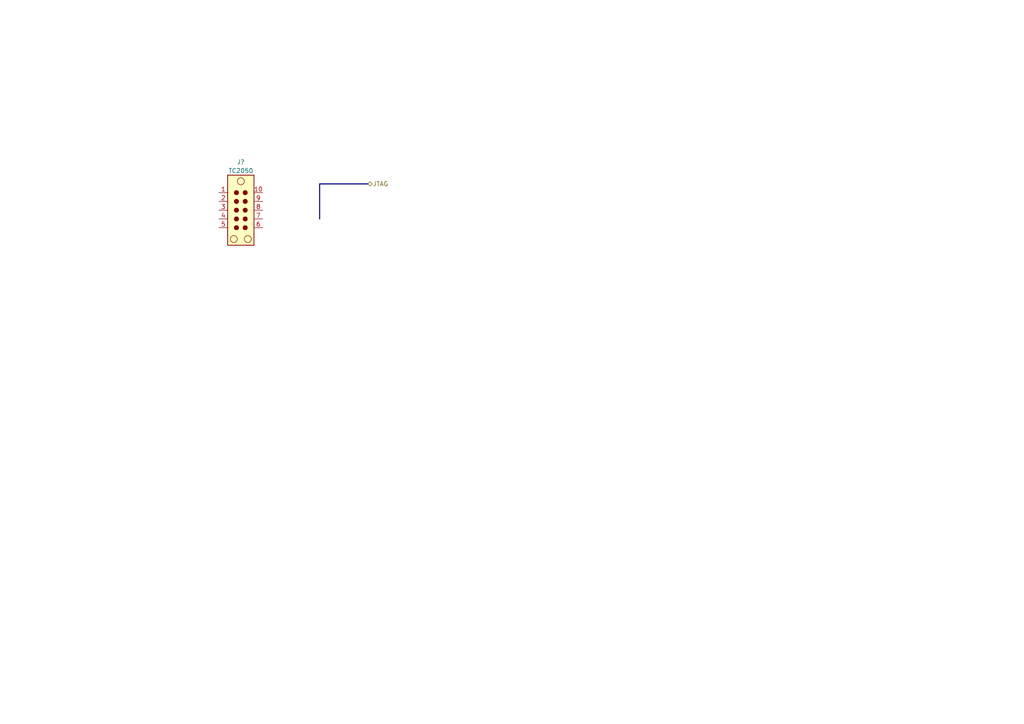
<source format=kicad_sch>
(kicad_sch (version 20250114) (generator "eeschema") (generator_version "9.0")
  (paper "A4")
  (lib_symbols
    (symbol "Connector:TC2050" (in_bom no)
      (property "Reference" "J" (at 1.27 11.43 0))
      (property "Value" "TC2050" (at 1.27 -11.43 0))
      (symbol "TC2050_1_1"
        (rectangle (start -2.54 10.16) (end 5.08 -10.16) (stroke (width 0.254)) (fill (type background)))
        (circle (center -0.762 -8.382) (radius 1.016))
        (circle (center 0 5.08) (radius 0.635) (fill (type outline)))
        (circle (center 0 2.54) (radius 0.635) (fill (type outline)))
        (circle (center 0 0) (radius 0.635) (fill (type outline)))
        (circle (center 0 -2.54) (radius 0.635) (fill (type outline)))
        (circle (center 0 -5.08) (radius 0.635) (fill (type outline)))
        (circle (center 1.27 8.382) (radius 1.016))
        (circle (center 2.54 5.08) (radius 0.635) (fill (type outline)))
        (circle (center 2.54 2.54) (radius 0.635) (fill (type outline)))
        (circle (center 2.54 0) (radius 0.635) (fill (type outline)))
        (circle (center 2.54 -2.54) (radius 0.635) (fill (type outline)))
        (circle (center 2.54 -5.08) (radius 0.635) (fill (type outline)))
        (circle (center 3.302 -8.382) (radius 1.016))
        (pin passive line (at -5.08 5.08 0) (length 2.54) (name "~") (number "1"))
        (pin passive line (at -5.08 2.54 0) (length 2.54) (name "~") (number "2"))
        (pin passive line (at -5.08 0 0) (length 2.54) (name "~") (number "3"))
        (pin passive line (at -5.08 -2.54 0) (length 2.54) (name "~") (number "4"))
        (pin passive line (at -5.08 -5.08 0) (length 2.54) (name "~") (number "5"))
        (pin passive line (at 7.62 5.08 180) (length 2.54) (name "~") (number "10"))
        (pin passive line (at 7.62 2.54 180) (length 2.54) (name "~") (number "9"))
        (pin passive line (at 7.62 0 180) (length 2.54) (name "~") (number "8"))
        (pin passive line (at 7.62 -2.54 180) (length 2.54) (name "~") (number "7"))
        (pin passive line (at 7.62 -5.08 180) (length 2.54) (name "~") (number "6"))
      )
    )
  )
  (bus (pts (xy 92.71 53.34) (xy 92.71 63.5)))
  (bus (pts (xy 106.68 53.34) (xy 92.71 53.34)))
  (hierarchical_label "JTAG" (shape bidirectional) (at 106.68 53.34 0))
  (symbol (lib_id "Connector:TC2050") (at 68.58 60.96 0) (unit 1) (in_bom no)
    (property "Reference" "J?" (at 69.85 46.99 0))
    (property "Value" "TC2050" (at 69.85 49.53 0))
    (property "Footprint" "Connector:Tag-Connect_TC2050-IDC-NL_2x05_P1.27mm_Vertical" (effects (hide yes)))
    (property "Datasheet" "https://www.tag-connect.com/wp-content/uploads/bsk-pdf-manager/TC2050-IDC-NL_Datasheet_8.pdf" (effects (hide yes)))
    (property "Description" "Tag-Connect’s 10-pins connector" (effects (hide yes)))
  )
)
</source>
